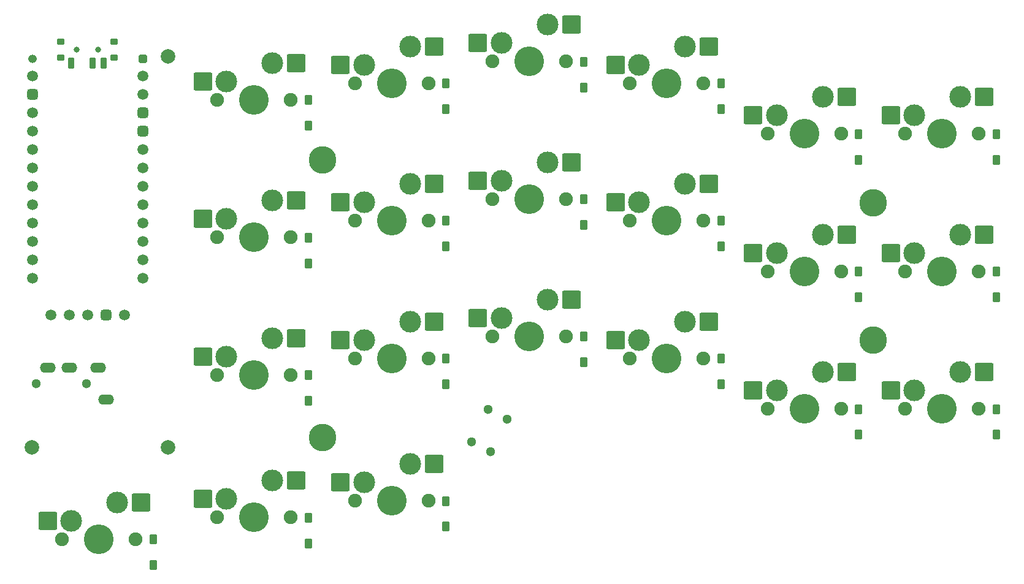
<source format=gbs>
G04 #@! TF.GenerationSoftware,KiCad,Pcbnew,7.0.2*
G04 #@! TF.CreationDate,2023-04-26T23:48:15+03:00*
G04 #@! TF.ProjectId,mriya-right,6d726979-612d-4726-9967-68742e6b6963,0.9*
G04 #@! TF.SameCoordinates,Original*
G04 #@! TF.FileFunction,Soldermask,Bot*
G04 #@! TF.FilePolarity,Negative*
%FSLAX46Y46*%
G04 Gerber Fmt 4.6, Leading zero omitted, Abs format (unit mm)*
G04 Created by KiCad (PCBNEW 7.0.2) date 2023-04-26 23:48:15*
%MOMM*%
%LPD*%
G01*
G04 APERTURE LIST*
G04 Aperture macros list*
%AMRoundRect*
0 Rectangle with rounded corners*
0 $1 Rounding radius*
0 $2 $3 $4 $5 $6 $7 $8 $9 X,Y pos of 4 corners*
0 Add a 4 corners polygon primitive as box body*
4,1,4,$2,$3,$4,$5,$6,$7,$8,$9,$2,$3,0*
0 Add four circle primitives for the rounded corners*
1,1,$1+$1,$2,$3*
1,1,$1+$1,$4,$5*
1,1,$1+$1,$6,$7*
1,1,$1+$1,$8,$9*
0 Add four rect primitives between the rounded corners*
20,1,$1+$1,$2,$3,$4,$5,0*
20,1,$1+$1,$4,$5,$6,$7,0*
20,1,$1+$1,$6,$7,$8,$9,0*
20,1,$1+$1,$8,$9,$2,$3,0*%
G04 Aperture macros list end*
%ADD10C,1.900000*%
%ADD11C,3.000000*%
%ADD12C,4.100000*%
%ADD13RoundRect,0.200000X1.075000X1.050000X-1.075000X1.050000X-1.075000X-1.050000X1.075000X-1.050000X0*%
%ADD14C,3.800000*%
%ADD15C,1.300000*%
%ADD16O,2.200000X1.400000*%
%ADD17C,2.000000*%
%ADD18C,1.500000*%
%ADD19RoundRect,0.375000X-0.375000X-0.375000X0.375000X-0.375000X0.375000X0.375000X-0.375000X0.375000X0*%
%ADD20O,1.200000X1.200000*%
%ADD21RoundRect,0.300000X-0.300000X-0.300000X0.300000X-0.300000X0.300000X0.300000X-0.300000X0.300000X0*%
%ADD22RoundRect,0.200000X0.300000X-0.500000X0.300000X0.500000X-0.300000X0.500000X-0.300000X-0.500000X0*%
%ADD23RoundRect,0.120000X-0.380000X-0.280000X0.380000X-0.280000X0.380000X0.280000X-0.380000X0.280000X0*%
%ADD24C,0.800000*%
%ADD25RoundRect,0.120000X-0.280000X-0.680000X0.280000X-0.680000X0.280000X0.680000X-0.280000X0.680000X0*%
G04 APERTURE END LIST*
D10*
X128520000Y-113000000D03*
D11*
X129790000Y-110460000D03*
D12*
X133600000Y-113000000D03*
D11*
X136140000Y-107920000D03*
D10*
X138680000Y-113000000D03*
D13*
X126515000Y-110460000D03*
X139442000Y-107920000D03*
D10*
X168920000Y-50000000D03*
D11*
X170190000Y-47460000D03*
D12*
X174000000Y-50000000D03*
D11*
X176540000Y-44920000D03*
D10*
X179080000Y-50000000D03*
D13*
X166915000Y-47460000D03*
X179842000Y-44920000D03*
D14*
X164500000Y-99000000D03*
D15*
X124900000Y-91500000D03*
X131900000Y-91500000D03*
D16*
X134600000Y-93700000D03*
X126500000Y-89300000D03*
X129500000Y-89300000D03*
X133500000Y-89300000D03*
D17*
X124300000Y-100300000D03*
D15*
X185028514Y-99546531D03*
X187701534Y-100908502D03*
X189971486Y-96453469D03*
X187298466Y-95091498D03*
D10*
X244920000Y-57000000D03*
D11*
X246190000Y-54460000D03*
D12*
X250000000Y-57000000D03*
D11*
X252540000Y-51920000D03*
D10*
X255080000Y-57000000D03*
D13*
X242915000Y-54460000D03*
X255842000Y-51920000D03*
D17*
X143100000Y-100300000D03*
X143100000Y-46300000D03*
D10*
X149920000Y-71300000D03*
D11*
X151190000Y-68760000D03*
D12*
X155000000Y-71300000D03*
D11*
X157540000Y-66220000D03*
D10*
X160080000Y-71300000D03*
D13*
X147915000Y-68760000D03*
X160842000Y-66220000D03*
D18*
X139620000Y-49030000D03*
X139620000Y-51570000D03*
D19*
X139620000Y-54110000D03*
X139620000Y-56650000D03*
D18*
X139620000Y-59190000D03*
X139620000Y-61730000D03*
X139620000Y-64270000D03*
X139620000Y-66810000D03*
X139620000Y-69350000D03*
X139620000Y-71890000D03*
X139620000Y-74430000D03*
X139620000Y-76970000D03*
X124380000Y-76970000D03*
X124380000Y-74430000D03*
X124380000Y-71890000D03*
X124380000Y-69350000D03*
X124380000Y-66810000D03*
X124380000Y-64270000D03*
X124380000Y-61730000D03*
X124380000Y-59190000D03*
X124380000Y-56650000D03*
X124380000Y-54110000D03*
D19*
X124380000Y-51570000D03*
D18*
X124380000Y-49030000D03*
D10*
X168920000Y-88000000D03*
D11*
X170190000Y-85460000D03*
D12*
X174000000Y-88000000D03*
D11*
X176540000Y-82920000D03*
D10*
X179080000Y-88000000D03*
D13*
X166915000Y-85460000D03*
X179842000Y-82920000D03*
D10*
X149920000Y-90300000D03*
D11*
X151190000Y-87760000D03*
D12*
X155000000Y-90300000D03*
D11*
X157540000Y-85220000D03*
D10*
X160080000Y-90300000D03*
D13*
X147915000Y-87760000D03*
X160842000Y-85220000D03*
D10*
X168920000Y-107700000D03*
D11*
X170190000Y-105160000D03*
D12*
X174000000Y-107700000D03*
D11*
X176540000Y-102620000D03*
D10*
X179080000Y-107700000D03*
D13*
X166915000Y-105160000D03*
X179842000Y-102620000D03*
D10*
X206920000Y-69000000D03*
D11*
X208190000Y-66460000D03*
D12*
X212000000Y-69000000D03*
D11*
X214540000Y-63920000D03*
D10*
X217080000Y-69000000D03*
D13*
X204915000Y-66460000D03*
X217842000Y-63920000D03*
D14*
X164500000Y-60650000D03*
D10*
X244920000Y-95000000D03*
D11*
X246190000Y-92460000D03*
D12*
X250000000Y-95000000D03*
D11*
X252540000Y-89920000D03*
D10*
X255080000Y-95000000D03*
D13*
X242915000Y-92460000D03*
X255842000Y-89920000D03*
D10*
X244920000Y-76000000D03*
D11*
X246190000Y-73460000D03*
D12*
X250000000Y-76000000D03*
D11*
X252540000Y-70920000D03*
D10*
X255080000Y-76000000D03*
D13*
X242915000Y-73460000D03*
X255842000Y-70920000D03*
D10*
X187920000Y-66000000D03*
D11*
X189190000Y-63460000D03*
D12*
X193000000Y-66000000D03*
D11*
X195540000Y-60920000D03*
D10*
X198080000Y-66000000D03*
D13*
X185915000Y-63460000D03*
X198842000Y-60920000D03*
D10*
X206920000Y-88000000D03*
D11*
X208190000Y-85460000D03*
D12*
X212000000Y-88000000D03*
D11*
X214540000Y-82920000D03*
D10*
X217080000Y-88000000D03*
D13*
X204915000Y-85460000D03*
X217842000Y-82920000D03*
D14*
X240500000Y-85500000D03*
D10*
X149920000Y-110000000D03*
D11*
X151190000Y-107460000D03*
D12*
X155000000Y-110000000D03*
D11*
X157540000Y-104920000D03*
D10*
X160080000Y-110000000D03*
D13*
X147915000Y-107460000D03*
X160842000Y-104920000D03*
D14*
X240500000Y-66500000D03*
D20*
X124380000Y-46630000D03*
D21*
X139620000Y-46630000D03*
D10*
X187920000Y-85000000D03*
D11*
X189190000Y-82460000D03*
D12*
X193000000Y-85000000D03*
D11*
X195540000Y-79920000D03*
D10*
X198080000Y-85000000D03*
D13*
X185915000Y-82460000D03*
X198842000Y-79920000D03*
D10*
X168920000Y-69000000D03*
D11*
X170190000Y-66460000D03*
D12*
X174000000Y-69000000D03*
D11*
X176540000Y-63920000D03*
D10*
X179080000Y-69000000D03*
D13*
X166915000Y-66460000D03*
X179842000Y-63920000D03*
D10*
X225920000Y-76000000D03*
D11*
X227190000Y-73460000D03*
D12*
X231000000Y-76000000D03*
D11*
X233540000Y-70920000D03*
D10*
X236080000Y-76000000D03*
D13*
X223915000Y-73460000D03*
X236842000Y-70920000D03*
D10*
X225920000Y-57000000D03*
D11*
X227190000Y-54460000D03*
D12*
X231000000Y-57000000D03*
D11*
X233540000Y-51920000D03*
D10*
X236080000Y-57000000D03*
D13*
X223915000Y-54460000D03*
X236842000Y-51920000D03*
D10*
X206920000Y-50000000D03*
D11*
X208190000Y-47460000D03*
D12*
X212000000Y-50000000D03*
D11*
X214540000Y-44920000D03*
D10*
X217080000Y-50000000D03*
D13*
X204915000Y-47460000D03*
X217842000Y-44920000D03*
D10*
X149920000Y-52300000D03*
D11*
X151190000Y-49760000D03*
D12*
X155000000Y-52300000D03*
D11*
X157540000Y-47220000D03*
D10*
X160080000Y-52300000D03*
D13*
X147915000Y-49760000D03*
X160842000Y-47220000D03*
D18*
X126920000Y-82050000D03*
X129460000Y-82050000D03*
X132000000Y-82050000D03*
D19*
X134540000Y-82050000D03*
D18*
X137080000Y-82050000D03*
D10*
X225920000Y-95000000D03*
D11*
X227190000Y-92460000D03*
D12*
X231000000Y-95000000D03*
D11*
X233540000Y-89920000D03*
D10*
X236080000Y-95000000D03*
D13*
X223915000Y-92460000D03*
X236842000Y-89920000D03*
D10*
X187920000Y-47000000D03*
D11*
X189190000Y-44460000D03*
D12*
X193000000Y-47000000D03*
D11*
X195540000Y-41920000D03*
D10*
X198080000Y-47000000D03*
D13*
X185915000Y-44460000D03*
X198842000Y-41920000D03*
D22*
X162500000Y-113575000D03*
X162500000Y-110025000D03*
X238500000Y-98575000D03*
X238500000Y-95025000D03*
X181500000Y-72575000D03*
X181500000Y-69025000D03*
X162500000Y-74875000D03*
X162500000Y-71325000D03*
X200500000Y-88575000D03*
X200500000Y-85025000D03*
X200500000Y-50575000D03*
X200500000Y-47025000D03*
X181500000Y-111275000D03*
X181500000Y-107725000D03*
X162500000Y-93875000D03*
X162500000Y-90325000D03*
X219500000Y-91575000D03*
X219500000Y-88025000D03*
X219500000Y-72575000D03*
X219500000Y-69025000D03*
X257500000Y-98575000D03*
X257500000Y-95025000D03*
X200500000Y-69575000D03*
X200500000Y-66025000D03*
D23*
X128350000Y-44300000D03*
X128350000Y-46500000D03*
D24*
X130500000Y-45400000D03*
X133500000Y-45400000D03*
D23*
X135650000Y-44300000D03*
X135650000Y-46500000D03*
D25*
X129750000Y-47200000D03*
X132750000Y-47200000D03*
X134250000Y-47200000D03*
D22*
X162500000Y-55875000D03*
X162500000Y-52325000D03*
X257500000Y-60575000D03*
X257500000Y-57025000D03*
X181500000Y-53575000D03*
X181500000Y-50025000D03*
X238500000Y-60575000D03*
X238500000Y-57025000D03*
X257500000Y-79575000D03*
X257500000Y-76025000D03*
X219500000Y-53575000D03*
X219500000Y-50025000D03*
X181500000Y-91575000D03*
X181500000Y-88025000D03*
X141100000Y-116575000D03*
X141100000Y-113025000D03*
X238500000Y-79575000D03*
X238500000Y-76025000D03*
M02*

</source>
